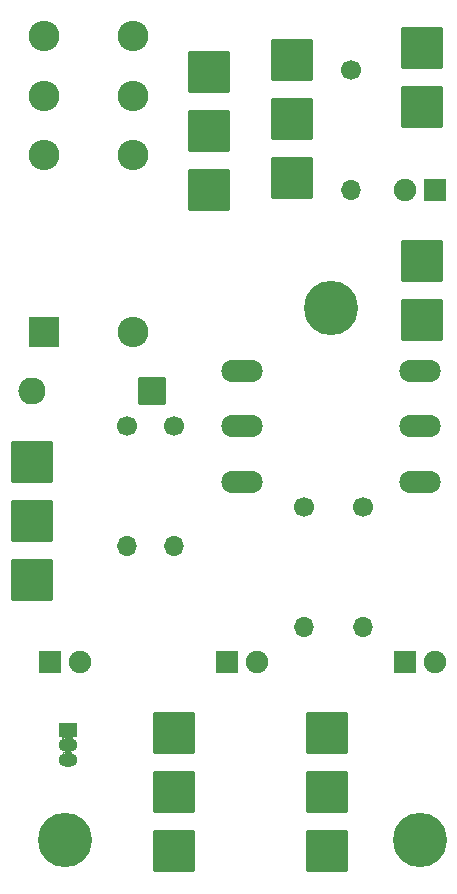
<source format=gbr>
%TF.GenerationSoftware,KiCad,Pcbnew,6.0.5*%
%TF.CreationDate,2022-09-21T01:14:06+02:00*%
%TF.ProjectId,ABS_Simulator_Panel,4142535f-5369-46d7-956c-61746f725f50,1.1*%
%TF.SameCoordinates,Original*%
%TF.FileFunction,Soldermask,Bot*%
%TF.FilePolarity,Negative*%
%FSLAX46Y46*%
G04 Gerber Fmt 4.6, Leading zero omitted, Abs format (unit mm)*
G04 Created by KiCad (PCBNEW 6.0.5) date 2022-09-21 01:14:06*
%MOMM*%
%LPD*%
G01*
G04 APERTURE LIST*
G04 Aperture macros list*
%AMRoundRect*
0 Rectangle with rounded corners*
0 $1 Rounding radius*
0 $2 $3 $4 $5 $6 $7 $8 $9 X,Y pos of 4 corners*
0 Add a 4 corners polygon primitive as box body*
4,1,4,$2,$3,$4,$5,$6,$7,$8,$9,$2,$3,0*
0 Add four circle primitives for the rounded corners*
1,1,$1+$1,$2,$3*
1,1,$1+$1,$4,$5*
1,1,$1+$1,$6,$7*
1,1,$1+$1,$8,$9*
0 Add four rect primitives between the rounded corners*
20,1,$1+$1,$2,$3,$4,$5,0*
20,1,$1+$1,$4,$5,$6,$7,0*
20,1,$1+$1,$6,$7,$8,$9,0*
20,1,$1+$1,$8,$9,$2,$3,0*%
G04 Aperture macros list end*
%ADD10RoundRect,0.300002X-1.499998X-1.499998X1.499998X-1.499998X1.499998X1.499998X-1.499998X1.499998X0*%
%ADD11C,1.700000*%
%ADD12O,1.700000X1.700000*%
%ADD13RoundRect,0.050000X-0.750000X0.525000X-0.750000X-0.525000X0.750000X-0.525000X0.750000X0.525000X0*%
%ADD14O,1.600000X1.150000*%
%ADD15C,4.600000*%
%ADD16RoundRect,0.050000X0.900000X0.900000X-0.900000X0.900000X-0.900000X-0.900000X0.900000X-0.900000X0*%
%ADD17C,1.900000*%
%ADD18RoundRect,0.050000X-0.900000X-0.900000X0.900000X-0.900000X0.900000X0.900000X-0.900000X0.900000X0*%
%ADD19O,3.500000X1.900000*%
%ADD20RoundRect,0.050000X1.100000X1.100000X-1.100000X1.100000X-1.100000X-1.100000X1.100000X-1.100000X0*%
%ADD21O,2.300000X2.300000*%
%ADD22RoundRect,0.050000X-1.250000X-1.250000X1.250000X-1.250000X1.250000X1.250000X-1.250000X1.250000X0*%
%ADD23O,2.600000X2.600000*%
G04 APERTURE END LIST*
D10*
%TO.C,J10*%
X86000000Y-73000000D03*
%TD*%
%TO.C,J8*%
X86000000Y-60000000D03*
%TD*%
%TO.C,J5*%
X53000000Y-95000000D03*
%TD*%
%TO.C,J12*%
X78000000Y-113000000D03*
%TD*%
D11*
%TO.C,R4*%
X61000000Y-87000000D03*
D12*
X61000000Y-97160000D03*
%TD*%
D10*
%TO.C,J11*%
X78000000Y-118000000D03*
%TD*%
D13*
%TO.C,Q1*%
X56000000Y-112730000D03*
D14*
X56000000Y-114000000D03*
X56000000Y-115270000D03*
%TD*%
D11*
%TO.C,R2*%
X76000000Y-93840000D03*
D12*
X76000000Y-104000000D03*
%TD*%
D10*
%TO.C,J6*%
X53000000Y-90000000D03*
%TD*%
%TO.C,J19*%
X75000000Y-66000000D03*
%TD*%
D11*
%TO.C,R5*%
X81000000Y-93840000D03*
D12*
X81000000Y-104000000D03*
%TD*%
D15*
%TO.C,H2*%
X55800000Y-122000000D03*
%TD*%
D10*
%TO.C,J16*%
X65000000Y-118000000D03*
%TD*%
%TO.C,J9*%
X86000000Y-78000000D03*
%TD*%
%TO.C,J4*%
X53000000Y-100000000D03*
%TD*%
D16*
%TO.C,D1*%
X87070000Y-67000000D03*
D17*
X84530000Y-67000000D03*
%TD*%
D18*
%TO.C,D3*%
X54530000Y-107000000D03*
D17*
X57070000Y-107000000D03*
%TD*%
D10*
%TO.C,J17*%
X75000000Y-56000000D03*
%TD*%
%TO.C,J18*%
X75000000Y-61000000D03*
%TD*%
%TO.C,J7*%
X86000000Y-55000000D03*
%TD*%
D18*
%TO.C,D4*%
X84530000Y-107000000D03*
D17*
X87070000Y-107000000D03*
%TD*%
D10*
%TO.C,J14*%
X65000000Y-123000000D03*
%TD*%
D19*
%TO.C,SW1*%
X70800000Y-82300000D03*
X70800000Y-87000000D03*
X70800000Y-91700000D03*
%TD*%
D10*
%TO.C,J15*%
X65000000Y-113000000D03*
%TD*%
D15*
%TO.C,H1*%
X78300000Y-77000000D03*
%TD*%
D10*
%TO.C,J1*%
X68000000Y-67000000D03*
%TD*%
D20*
%TO.C,D5*%
X63160000Y-84000000D03*
D21*
X53000000Y-84000000D03*
%TD*%
D15*
%TO.C,H3*%
X85800000Y-122000000D03*
%TD*%
D19*
%TO.C,SW2*%
X85800000Y-82300000D03*
X85800000Y-87000000D03*
X85800000Y-91700000D03*
%TD*%
D10*
%TO.C,J3*%
X68000000Y-57000000D03*
%TD*%
D11*
%TO.C,R1*%
X80000000Y-56840000D03*
D12*
X80000000Y-67000000D03*
%TD*%
D10*
%TO.C,J2*%
X68000000Y-62000000D03*
%TD*%
D11*
%TO.C,R3*%
X65000000Y-87000000D03*
D12*
X65000000Y-97160000D03*
%TD*%
D10*
%TO.C,J13*%
X78000000Y-123000000D03*
%TD*%
D18*
%TO.C,D2*%
X69525000Y-107000000D03*
D17*
X72065000Y-107000000D03*
%TD*%
D22*
%TO.C,RL1*%
X54000000Y-79000000D03*
D23*
X54000000Y-64000000D03*
X54000000Y-59000000D03*
X54000000Y-54000000D03*
X61500000Y-54000000D03*
X61500000Y-59000000D03*
X61500000Y-64000000D03*
X61500000Y-79000000D03*
%TD*%
G36*
X56403872Y-114541877D02*
G01*
X56404637Y-114543725D01*
X56403904Y-114545025D01*
X56358868Y-114581105D01*
X56342903Y-114639465D01*
X56364310Y-114696116D01*
X56403125Y-114724629D01*
X56403929Y-114726460D01*
X56402745Y-114728072D01*
X56401176Y-114728089D01*
X56373299Y-114716542D01*
X56224868Y-114697000D01*
X55775132Y-114697000D01*
X55626701Y-114716542D01*
X55598111Y-114728384D01*
X55596128Y-114728123D01*
X55595363Y-114726275D01*
X55596096Y-114724975D01*
X55641132Y-114688895D01*
X55657097Y-114630535D01*
X55635690Y-114573884D01*
X55596875Y-114545371D01*
X55596071Y-114543540D01*
X55597255Y-114541928D01*
X55598824Y-114541911D01*
X55626701Y-114553458D01*
X55775132Y-114573000D01*
X56224868Y-114573000D01*
X56373299Y-114553458D01*
X56401889Y-114541616D01*
X56403872Y-114541877D01*
G37*
G36*
X56545385Y-113304000D02*
G01*
X56545385Y-113306000D01*
X56544271Y-113306902D01*
X56486115Y-113325798D01*
X56450551Y-113374747D01*
X56450551Y-113435249D01*
X56486232Y-113484359D01*
X56487515Y-113485061D01*
X56487689Y-113485346D01*
X56502585Y-113495816D01*
X56503427Y-113497630D01*
X56502277Y-113499266D01*
X56500670Y-113499300D01*
X56373299Y-113446542D01*
X56224868Y-113427000D01*
X55775132Y-113427000D01*
X55626701Y-113446542D01*
X55502115Y-113498146D01*
X55500132Y-113497885D01*
X55499367Y-113496037D01*
X55500217Y-113494650D01*
X55512886Y-113485943D01*
X55549922Y-113437676D01*
X55551506Y-113377196D01*
X55517245Y-113327345D01*
X55456998Y-113306894D01*
X55455679Y-113305390D01*
X55456322Y-113303496D01*
X55457641Y-113303000D01*
X56543653Y-113303000D01*
X56545385Y-113304000D01*
G37*
M02*

</source>
